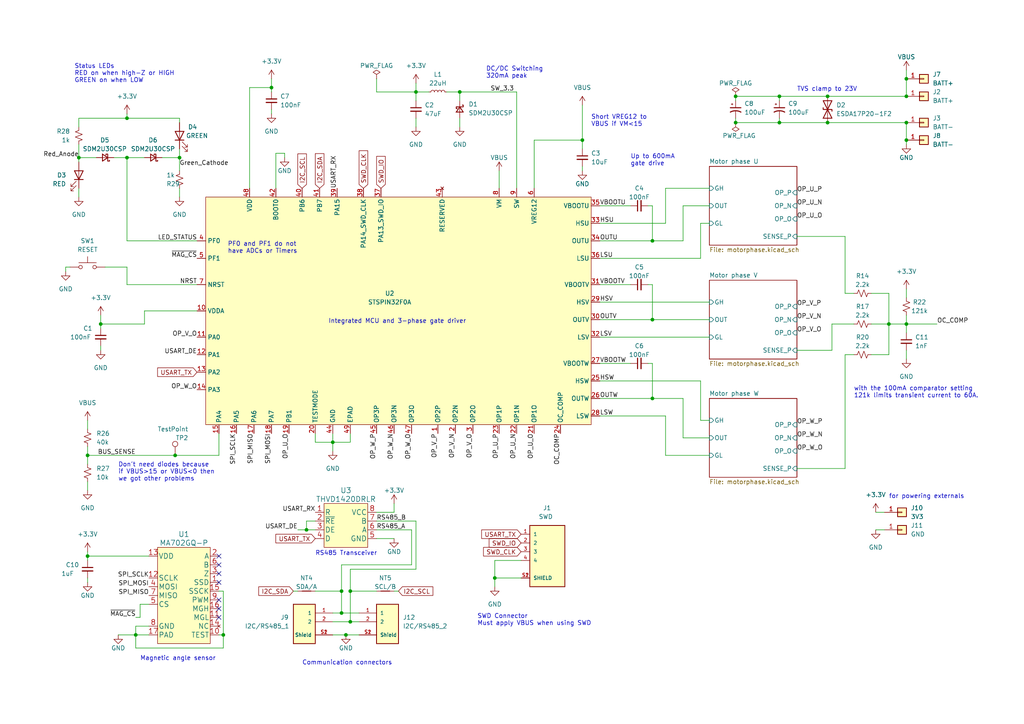
<source format=kicad_sch>
(kicad_sch (version 20211123) (generator eeschema)
  (paper "A4")
  (title_block (date "2022-11-26"))
  (lib_symbols
    (symbol "Connector:TestPoint" (pin_numbers hide) (pin_names (offset 0.762) hide)
      (property "Reference" "TP" (at 0 6.858 0))
      (property "Value" "TestPoint" (at 0 5.08 0))
      (symbol "TestPoint_0_1"
        (circle (center 0 3.302) (radius 0.762))
      )
      (symbol "TestPoint_1_1"
        (pin passive line (at 0 0 90) (length 2.54) (name "1") (number "1"))
      )
    )
    (symbol "Connector_Generic:Conn_01x01" (pin_names (offset 1.016) hide)
      (property "Reference" "J" (at 0 2.54 0))
      (property "Value" "Conn_01x01" (at 0 -2.54 0))
      (symbol "Conn_01x01_1_1"
        (rectangle (start -1.27 0.127) (end 0 -0.127) (stroke (width 0.1524)))
        (rectangle (start -1.27 1.27) (end 1.27 -1.27) (stroke (width 0.254)) (fill (type background)))
        (pin passive line (at -5.08 0 0) (length 3.81) (name "Pin_1") (number "1"))
      )
    )
    (symbol "Device:C_Polarized_Small_US" (pin_numbers hide) (pin_names (offset 0.254) hide)
      (property "Reference" "C" (at 0.254 1.778 0))
      (property "Value" "C_Polarized_Small_US" (at 0.254 -2.032 0))
      (symbol "C_Polarized_Small_US_0_1"
        (polyline (pts (xy -1.524 0.508) (xy 1.524 0.508)) (stroke (width 0.3048)))
        (polyline (pts (xy -1.27 1.524) (xy -0.762 1.524)))
        (polyline (pts (xy -1.016 1.27) (xy -1.016 1.778)))
        (arc (start 1.524 -0.762) (mid 0 -0.3734) (end -1.524 -0.762) (stroke (width 0.3048)))
      )
      (symbol "C_Polarized_Small_US_1_1"
        (pin passive line (at 0 2.54 270) (length 2.032) (name "~") (number "1"))
        (pin passive line (at 0 -2.54 90) (length 2.032) (name "~") (number "2"))
      )
    )
    (symbol "Device:C_Small" (pin_numbers hide) (pin_names (offset 0.254) hide)
      (property "Reference" "C" (at 0.254 1.778 0))
      (property "Value" "C_Small" (at 0.254 -2.032 0))
      (symbol "C_Small_0_1"
        (polyline (pts (xy -1.524 -0.508) (xy 1.524 -0.508)) (stroke (width 0.3302)))
        (polyline (pts (xy -1.524 0.508) (xy 1.524 0.508)) (stroke (width 0.3048)))
      )
      (symbol "C_Small_1_1"
        (pin passive line (at 0 2.54 270) (length 2.032) (name "~") (number "1"))
        (pin passive line (at 0 -2.54 90) (length 2.032) (name "~") (number "2"))
      )
    )
    (symbol "Device:D_Schottky_Small" (pin_numbers hide) (pin_names (offset 0.254) hide)
      (property "Reference" "D" (at -1.27 2.032 0))
      (property "Value" "D_Schottky_Small" (at -7.112 -2.032 0))
      (symbol "D_Schottky_Small_0_1"
        (polyline (pts (xy -0.762 0) (xy 0.762 0)))
        (polyline (pts (xy 0.762 -1.016) (xy -0.762 0) (xy 0.762 1.016) (xy 0.762 -1.016)) (stroke (width 0.254)))
        (polyline (pts (xy -1.27 0.762) (xy -1.27 1.016) (xy -0.762 1.016) (xy -0.762 -1.016) (xy -0.254 -1.016) (xy -0.254 -0.762)) (stroke (width 0.254)))
      )
      (symbol "D_Schottky_Small_1_1"
        (pin passive line (at -2.54 0 0) (length 1.778) (name "K") (number "1"))
        (pin passive line (at 2.54 0 180) (length 1.778) (name "A") (number "2"))
      )
    )
    (symbol "Device:D_TVS" (pin_numbers hide) (pin_names (offset 1.016) hide)
      (property "Reference" "D" (at 0 2.54 0))
      (property "Value" "D_TVS" (at 0 -2.54 0))
      (symbol "D_TVS_0_1"
        (polyline (pts (xy 1.27 0) (xy -1.27 0)))
        (polyline (pts (xy 0.508 1.27) (xy 0 1.27) (xy 0 -1.27) (xy -0.508 -1.27)) (stroke (width 0.254)))
        (polyline (pts (xy -2.54 1.27) (xy -2.54 -1.27) (xy 2.54 1.27) (xy 2.54 -1.27) (xy -2.54 1.27)) (stroke (width 0.254)))
      )
      (symbol "D_TVS_1_1"
        (pin passive line (at -3.81 0 0) (length 2.54) (name "A1") (number "1"))
        (pin passive line (at 3.81 0 180) (length 2.54) (name "A2") (number "2"))
      )
    )
    (symbol "Device:LED" (pin_numbers hide) (pin_names (offset 1.016) hide)
      (property "Reference" "D" (at 0 2.54 0))
      (property "Value" "LED" (at 0 -2.54 0))
      (symbol "LED_0_1"
        (polyline (pts (xy -1.27 -1.27) (xy -1.27 1.27)) (stroke (width 0.254)))
        (polyline (pts (xy -1.27 0) (xy 1.27 0)))
        (polyline (pts (xy 1.27 -1.27) (xy 1.27 1.27) (xy -1.27 0) (xy 1.27 -1.27)) (stroke (width 0.254)))
        (polyline (pts (xy -3.048 -0.762) (xy -4.572 -2.286) (xy -3.81 -2.286) (xy -4.572 -2.286) (xy -4.572 -1.524)))
        (polyline (pts (xy -1.778 -0.762) (xy -3.302 -2.286) (xy -2.54 -2.286) (xy -3.302 -2.286) (xy -3.302 -1.524)))
      )
      (symbol "LED_1_1"
        (pin passive line (at -3.81 0 0) (length 2.54) (name "K") (number "1"))
        (pin passive line (at 3.81 0 180) (length 2.54) (name "A") (number "2"))
      )
    )
    (symbol "Device:L_Small" (pin_numbers hide) (pin_names (offset 0.254) hide)
      (property "Reference" "L" (at 0.762 1.016 0))
      (property "Value" "L_Small" (at 0.762 -1.016 0))
      (symbol "L_Small_0_1"
        (arc (start 0 -2.032) (mid 0.508 -1.524) (end 0 -1.016))
        (arc (start 0 -1.016) (mid 0.508 -0.508) (end 0 0))
        (arc (start 0 0) (mid 0.508 0.508) (end 0 1.016))
        (arc (start 0 1.016) (mid 0.508 1.524) (end 0 2.032))
      )
      (symbol "L_Small_1_1"
        (pin passive line (at 0 2.54 270) (length 0.508) (name "~") (number "1"))
        (pin passive line (at 0 -2.54 90) (length 0.508) (name "~") (number "2"))
      )
    )
    (symbol "Device:NetTie_2" (pin_numbers hide) (pin_names (offset 0) hide)
      (property "Reference" "NT" (at 0 1.27 0))
      (property "Value" "NetTie_2" (at 0 -1.27 0))
      (symbol "NetTie_2_0_1"
        (polyline (pts (xy -1.27 0) (xy 1.27 0)) (stroke (width 0.254)))
      )
      (symbol "NetTie_2_1_1"
        (pin passive line (at -2.54 0 0) (length 2.54) (name "1") (number "1"))
        (pin passive line (at 2.54 0 180) (length 2.54) (name "2") (number "2"))
      )
    )
    (symbol "Device:R_Small_US" (pin_numbers hide) (pin_names (offset 0.254) hide)
      (property "Reference" "R" (at 0.762 0.508 0))
      (property "Value" "R_Small_US" (at 0.762 -1.016 0))
      (symbol "R_Small_US_1_1"
        (polyline (pts (xy 0 0) (xy 1.016 -0.381) (xy 0 -0.762) (xy -1.016 -1.143) (xy 0 -1.524)))
        (polyline (pts (xy 0 1.524) (xy 1.016 1.143) (xy 0 0.762) (xy -1.016 0.381) (xy 0 0)))
        (pin passive line (at 0 2.54 270) (length 1.016) (name "~") (number "1"))
        (pin passive line (at 0 -2.54 90) (length 1.016) (name "~") (number "2"))
      )
    )
    (symbol "JST_SM02B-SRSS-TB(LF)(SN)_1" (pin_names (offset 1.016))
      (property "Reference" "J" (at 0 8.89 0))
      (property "Value" "JST_SM02B-SRSS-TB(LF)(SN)_1" (at -13.9092 6.3682 0))
      (symbol "JST_SM02B-SRSS-TB(LF)(SN)_1_0_0"
        (rectangle (start -2.54 5.08) (end 3.81 -6.35) (stroke (width 0.254)) (fill (type background)))
        (pin bidirectional line (at -7.62 2.54 0) (length 5.08) (name "1") (number "1"))
        (pin bidirectional line (at -7.62 0 0) (length 5.08) (name "2") (number "2"))
        (pin power_in line (at -7.62 -3.81 0) (length 5.08) (name "Shield") (number "S1"))
        (pin power_in line (at -7.62 -3.81 0) (length 5.08) (name "Shield") (number "S2"))
      )
    )
    (symbol "O32controller:JST_SM02B-SRSS-TB(LF)(SN)" (pin_names (offset 1.016))
      (property "Reference" "J" (at 0 8.89 0))
      (property "Value" "JST_SM02B-SRSS-TB(LF)(SN)" (at -13.9092 6.3682 0))
      (symbol "JST_SM02B-SRSS-TB(LF)(SN)_0_0"
        (rectangle (start -2.54 5.08) (end 3.81 -6.35) (stroke (width 0.254)) (fill (type background)))
        (pin bidirectional line (at -7.62 2.54 0) (length 5.08) (name "1") (number "1"))
        (pin bidirectional line (at -7.62 0 0) (length 5.08) (name "2") (number "2"))
        (pin power_in line (at -7.62 -3.81 0) (length 5.08) (name "Shield") (number "S1"))
        (pin power_in line (at -7.62 -3.81 0) (length 5.08) (name "Shield") (number "S2"))
      )
    )
    (symbol "O32controller:JST_SM04B-SRSS-TB(LF)(SN)" (pin_names (offset 1.016))
      (property "Reference" "J" (at -1.27 11.43 0))
      (property "Value" "JST_SM04B-SRSS-TB(LF)(SN)" (at -13.97 8.89 0))
      (symbol "JST_SM04B-SRSS-TB(LF)(SN)_0_0"
        (rectangle (start -5.08 -10.16) (end 5.08 7.62) (stroke (width 0.254)) (fill (type background)))
        (pin passive line (at -7.62 5.08 0) (length 2.54) (name "1") (number "1"))
        (pin passive line (at -7.62 2.54 0) (length 2.54) (name "2") (number "2"))
        (pin passive line (at -7.62 0 0) (length 2.54) (name "3") (number "3"))
        (pin passive line (at -7.62 -2.54 0) (length 2.54) (name "4") (number "4"))
        (pin passive line (at -7.62 -7.62 0) (length 2.54) (name "SHIELD") (number "S1"))
        (pin passive line (at -7.62 -7.62 0) (length 2.54) (name "SHIELD") (number "S2"))
      )
    )
    (symbol "O32controller:MA702GQ-P" (pin_names (offset 0.254))
      (property "Reference" "U" (at 0 22.86 0))
      (property "Value" "MA702GQ-P" (at 0 20.32 0))
      (symbol "MA702GQ-P_1_1"
        (rectangle (start -7.62 17.78) (end 7.62 -10.16) (fill (type background)))
        (pin output line (at 10.16 7.62 180) (length 2.54) (name "SSD") (number "1"))
        (pin input line (at 10.16 -7.62 180) (length 2.54) (name "TEST") (number "10"))
        (pin output line (at 10.16 -2.54 180) (length 2.54) (name "MGL") (number "11"))
        (pin input line (at -10.16 8.89 0) (length 2.54) (name "SCLK") (number "12"))
        (pin power_in line (at -10.16 15.24 0) (length 2.54) (name "VDD") (number "13"))
        (pin no_connect line (at 10.16 -5.08 180) (length 2.54) (name "NC") (number "14"))
        (pin input line (at 10.16 5.08 180) (length 2.54) (name "SSCK") (number "15"))
        (pin output line (at 10.16 0 180) (length 2.54) (name "MGH") (number "16"))
        (pin power_in line (at -10.16 -7.62 0) (length 2.54) (name "PAD") (number "17"))
        (pin output line (at 10.16 15.24 180) (length 2.54) (name "A") (number "2"))
        (pin output line (at 10.16 10.16 180) (length 2.54) (name "Z") (number "3"))
        (pin input line (at -10.16 6.35 0) (length 2.54) (name "MOSI") (number "4"))
        (pin input line (at -10.16 1.27 0) (length 2.54) (name "CS") (number "5"))
        (pin output line (at 10.16 12.7 180) (length 2.54) (name "B") (number "6"))
        (pin output line (at -10.16 3.81 0) (length 2.54) (name "MISO") (number "7"))
        (pin power_in line (at -10.16 -5.08 0) (length 2.54) (name "GND") (number "8"))
        (pin output line (at 10.16 2.54 180) (length 2.54) (name "PWM") (number "9"))
      )
    )
    (symbol "O32controller:STSPIN32F0A"
      (property "Reference" "U" (at -5.08 7.62 0))
      (property "Value" "STSPIN32F0A" (at 2.54 7.62 0))
      (symbol "STSPIN32F0A_0_1"
        (rectangle (start -53.34 30.48) (end 58.42 -35.56) (fill (type background)))
      )
      (symbol "STSPIN32F0A_1_1"
        (pin input line (at 13.97 -38.1 90) (length 2.54) (name "OP2P") (number "1"))
        (pin power_in line (at -55.88 -2.54 0) (length 2.54) (name "VDDA") (number "10"))
        (pin bidirectional line (at -55.88 -10.16 0) (length 2.54) (name "PA0") (number "11"))
        (pin bidirectional line (at -55.88 -15.24 0) (length 2.54) (name "PA1") (number "12"))
        (pin bidirectional line (at -55.88 -20.32 0) (length 2.54) (name "PA2") (number "13"))
        (pin bidirectional line (at -55.88 -25.4 0) (length 2.54) (name "PA3") (number "14"))
        (pin bidirectional line (at -49.53 -38.1 90) (length 2.54) (name "PA4") (number "15"))
        (pin bidirectional line (at -44.45 -38.1 90) (length 2.54) (name "PA5") (number "16"))
        (pin bidirectional line (at -39.37 -38.1 90) (length 2.54) (name "PA6") (number "17"))
        (pin bidirectional line (at -34.29 -38.1 90) (length 2.54) (name "PA7") (number "18"))
        (pin bidirectional line (at -29.21 -38.1 90) (length 2.54) (name "PB1") (number "19"))
        (pin input line (at 19.05 -38.1 90) (length 2.54) (name "OP2N") (number "2"))
        (pin input line (at -21.59 -38.1 90) (length 2.54) (name "TESTMODE") (number "20"))
        (pin output line (at 41.91 -38.1 90) (length 2.54) (name "OP1O") (number "21"))
        (pin input line (at 36.83 -38.1 90) (length 2.54) (name "OP1N") (number "22"))
        (pin input line (at 31.75 -38.1 90) (length 2.54) (name "OP1P") (number "23"))
        (pin input line (at 49.53 -38.1 90) (length 2.54) (name "OC_COMP") (number "24"))
        (pin output line (at 60.96 -22.86 180) (length 2.54) (name "HSW") (number "25"))
        (pin input line (at 60.96 -27.94 180) (length 2.54) (name "OUTW") (number "26"))
        (pin power_out line (at 60.96 -17.78 180) (length 2.54) (name "VBOOTW") (number "27"))
        (pin output line (at 60.96 -33.02 180) (length 2.54) (name "LSW") (number "28"))
        (pin output line (at 60.96 0 180) (length 2.54) (name "HSV") (number "29"))
        (pin output line (at 24.13 -38.1 90) (length 2.54) (name "OP2O") (number "3"))
        (pin input line (at 60.96 -5.08 180) (length 2.54) (name "OUTV") (number "30"))
        (pin power_out line (at 60.96 5.08 180) (length 2.54) (name "VBOOTV") (number "31"))
        (pin output line (at 60.96 -10.16 180) (length 2.54) (name "LSV") (number "32"))
        (pin output line (at 60.96 22.86 180) (length 2.54) (name "HSU") (number "33"))
        (pin input line (at 60.96 17.78 180) (length 2.54) (name "OUTU") (number "34"))
        (pin power_out line (at 60.96 27.94 180) (length 2.54) (name "VBOOTU") (number "35"))
        (pin output line (at 60.96 12.7 180) (length 2.54) (name "LSU") (number "36"))
        (pin bidirectional line (at -2.54 33.02 270) (length 2.54) (name "PA13_SWD_IO") (number "37"))
        (pin bidirectional line (at -7.62 33.02 270) (length 2.54) (name "PA14_SWD_CLK") (number "38"))
        (pin bidirectional line (at -15.24 33.02 270) (length 2.54) (name "PA15") (number "39"))
        (pin bidirectional line (at -55.88 17.78 0) (length 2.54) (name "PF0") (number "4"))
        (pin bidirectional line (at -25.4 33.02 270) (length 2.54) (name "PB6") (number "40"))
        (pin bidirectional line (at -20.32 33.02 270) (length 2.54) (name "PB7") (number "41"))
        (pin input line (at -33.02 33.02 270) (length 2.54) (name "BOOT0") (number "42"))
        (pin no_connect line (at 15.24 33.02 270) (length 2.54) (name "RESERVED") (number "43"))
        (pin power_in line (at -16.51 -38.1 90) (length 2.54) (name "GND") (number "44"))
        (pin input line (at -3.81 -38.1 90) (length 2.54) (name "OP3P") (number "45"))
        (pin input line (at 1.27 -38.1 90) (length 2.54) (name "OP3N") (number "46"))
        (pin output line (at 6.35 -38.1 90) (length 2.54) (name "OP3O") (number "47"))
        (pin power_in line (at -40.64 33.02 270) (length 2.54) (name "VDD") (number "48"))
        (pin power_in line (at -11.43 -38.1 90) (length 2.54) (name "EPAD") (number "49"))
        (pin bidirectional line (at -55.88 12.7 0) (length 2.54) (name "PF1") (number "5"))
        (pin power_in line (at 41.91 33.02 270) (length 2.54) (name "VREG12") (number "6"))
        (pin input line (at -55.88 5.08 0) (length 2.54) (name "NRST") (number "7"))
        (pin power_in line (at 31.75 33.02 270) (length 2.54) (name "VM") (number "8"))
        (pin output line (at 36.83 33.02 270) (length 2.54) (name "SW") (number "9"))
      )
    )
    (symbol "O32controller:THVD1420DRLR" (pin_names (offset 0.254))
      (property "Reference" "U" (at 0 10.16 0))
      (property "Value" "THVD1420DRLR" (at -1.27 12.7 0))
      (property "Datasheet" "https://www.ti.com/lit/ds/symlink/thvd1400.pdf" (at -13.97 3.81 0))
      (symbol "THVD1420DRLR_1_1"
        (rectangle (start -6.35 6.35) (end 6.35 -6.35) (fill (type background)))
        (pin output line (at -8.89 3.81 0) (length 2.54) (name "R") (number "1"))
        (pin input line (at -8.89 1.27 0) (length 2.54) (name "~{RE}") (number "2"))
        (pin input line (at -8.89 -1.27 0) (length 2.54) (name "DE") (number "3"))
        (pin input line (at -8.89 -3.81 0) (length 2.54) (name "D") (number "4"))
        (pin power_in line (at 8.89 -3.81 180) (length 2.54) (name "GND") (number "5"))
        (pin bidirectional line (at 8.89 -1.27 180) (length 2.54) (name "A") (number "6"))
        (pin bidirectional line (at 8.89 1.27 180) (length 2.54) (name "B") (number "7"))
        (pin power_in line (at 8.89 3.81 180) (length 2.54) (name "VCC") (number "8"))
      )
    )
    (symbol "Switch:SW_Push" (pin_numbers hide) (pin_names (offset 1.016) hide)
      (property "Reference" "SW" (at 1.27 2.54 0))
      (property "Value" "SW_Push" (at 0 -1.524 0))
      (symbol "SW_Push_0_1"
        (circle (center -2.032 0) (radius 0.508))
        (polyline (pts (xy 0 1.27) (xy 0 3.048)))
        (polyline (pts (xy 2.54 1.27) (xy -2.54 1.27)))
        (circle (center 2.032 0) (radius 0.508))
        (pin passive line (at -5.08 0 0) (length 2.54) (name "1") (number "1"))
        (pin passive line (at 5.08 0 180) (length 2.54) (name "2") (number "2"))
      )
    )
    (symbol "power:+3.3V" (power) (pin_names (offset 0))
      (property "Value" "+3.3V" (at 0 3.556 0))
      (symbol "+3.3V_0_1"
        (polyline (pts (xy -0.762 1.27) (xy 0 2.54)))
        (polyline (pts (xy 0 0) (xy 0 2.54)))
        (polyline (pts (xy 0 2.54) (xy 0.762 1.27)))
      )
      (symbol "+3.3V_1_1"
        (pin power_in line (at 0 0 90) (length 0) hide (name "+3.3V") (number "1"))
      )
    )
    (symbol "power:GND" (power) (pin_names (offset 0))
      (property "Value" "GND" (at 0 -3.81 0))
      (symbol "GND_0_1"
        (polyline (pts (xy 0 0) (xy 0 -1.27) (xy 1.27 -1.27) (xy 0 -2.54) (xy -1.27 -1.27) (xy 0 -1.27)))
      )
      (symbol "GND_1_1"
        (pin power_in line (at 0 0 270) (length 0) hide (name "GND") (number "1"))
      )
    )
    (symbol "power:PWR_FLAG" (power) (pin_numbers hide) (pin_names (offset 0) hide)
      (property "Value" "PWR_FLAG" (at 0 3.81 0))
      (symbol "PWR_FLAG_0_0"
        (pin power_out line (at 0 0 90) (length 0) (name "pwr") (number "1"))
      )
      (symbol "PWR_FLAG_0_1"
        (polyline (pts (xy 0 0) (xy 0 1.27) (xy -1.016 1.905) (xy 0 2.54) (xy 1.016 1.905) (xy 0 1.27)))
      )
    )
    (symbol "power:VBUS" (power) (pin_names (offset 0))
      (property "Value" "VBUS" (at 0 3.81 0))
      (symbol "VBUS_0_1"
        (polyline (pts (xy -0.762 1.27) (xy 0 2.54)))
        (polyline (pts (xy 0 0) (xy 0 2.54)))
        (polyline (pts (xy 0 2.54) (xy 0.762 1.27)))
      )
      (symbol "VBUS_1_1"
        (pin power_in line (at 0 0 90) (length 0) hide (name "VBUS") (number "1"))
      )
    )
  )
  (junction (at 36.83 34.29))
  (junction (at 262.89 22.86))
  (junction (at 168.91 40.64))
  (junction (at 240.03 27.94))
  (junction (at 120.65 26.67))
  (junction (at 39.37 184.15))
  (junction (at 99.06 171.45))
  (junction (at 25.4 132.08))
  (junction (at 143.51 167.64))
  (junction (at 52.07 45.72))
  (junction (at 257.81 93.98))
  (junction (at 99.06 177.8))
  (junction (at 189.23 115.57))
  (junction (at 64.77 184.15))
  (junction (at 36.83 45.72))
  (junction (at 133.35 26.67))
  (junction (at 25.4 161.29))
  (junction (at 226.06 35.56))
  (junction (at 101.6 171.45))
  (junction (at 262.89 35.56))
  (junction (at 78.74 25.4))
  (junction (at 189.23 69.85))
  (junction (at 240.03 35.56))
  (junction (at 100.33 184.15))
  (junction (at 262.89 40.64))
  (junction (at 262.89 27.94))
  (junction (at 262.89 93.98))
  (junction (at 50.8 132.08))
  (junction (at 96.52 128.27))
  (junction (at 22.86 45.72))
  (junction (at 29.21 93.98))
  (junction (at 213.36 27.94))
  (junction (at 226.06 27.94))
  (junction (at 88.9 153.67))
  (junction (at 189.23 92.71))
  (junction (at 213.36 35.56))
  (junction (at 101.6 180.34))
  (no_connect (at 63.5 161.29))
  (no_connect (at 63.5 168.91))
  (no_connect (at 63.5 166.37))
  (no_connect (at 63.5 163.83))
  (no_connect (at 63.5 176.53))
  (no_connect (at 63.5 173.99))
  (no_connect (at 63.5 179.07))
  (wire (pts (xy 41.91 93.98) (xy 29.21 93.98)))
  (wire (pts (xy 101.6 128.27) (xy 101.6 125.73)))
  (wire (pts (xy 173.99 82.55) (xy 182.88 82.55)))
  (wire (pts (xy 25.4 160.02) (xy 25.4 161.29)))
  (wire (pts (xy 173.99 74.93) (xy 203.2 74.93)))
  (wire (pts (xy 29.21 100.33) (xy 29.21 101.6)))
  (wire (pts (xy 78.74 22.86) (xy 78.74 25.4)))
  (wire (pts (xy 25.4 132.08) (xy 50.8 132.08)))
  (wire (pts (xy 154.94 40.64) (xy 154.94 54.61)))
  (wire (pts (xy 133.35 34.29) (xy 133.35 36.83)))
  (wire (pts (xy 39.37 184.15) (xy 43.18 184.15)))
  (wire (pts (xy 86.36 171.45) (xy 85.09 171.45)))
  (wire (pts (xy 129.54 26.67) (xy 133.35 26.67)))
  (wire (pts (xy 72.39 25.4) (xy 72.39 54.61)))
  (wire (pts (xy 63.5 171.45) (xy 64.77 171.45)))
  (wire (pts (xy 101.6 180.34) (xy 104.14 180.34)))
  (wire (pts (xy 39.37 181.61) (xy 39.37 184.15)))
  (wire (pts (xy 168.91 48.26) (xy 168.91 49.53)))
  (wire (pts (xy 203.2 121.92) (xy 205.74 121.92)))
  (wire (pts (xy 189.23 105.41) (xy 187.96 105.41)))
  (wire (pts (xy 189.23 59.69) (xy 189.23 69.85)))
  (wire (pts (xy 133.35 26.67) (xy 133.35 29.21)))
  (wire (pts (xy 193.04 64.77) (xy 193.04 54.61)))
  (wire (pts (xy 36.83 34.29) (xy 52.07 34.29)))
  (wire (pts (xy 96.52 128.27) (xy 101.6 128.27)))
  (wire (pts (xy 86.36 153.67) (xy 88.9 153.67)))
  (wire (pts (xy 262.89 93.98) (xy 271.78 93.98)))
  (wire (pts (xy 99.06 171.45) (xy 91.44 171.45)))
  (wire (pts (xy 262.89 20.32) (xy 262.89 22.86)))
  (wire (pts (xy 173.99 69.85) (xy 189.23 69.85)))
  (wire (pts (xy 99.06 171.45) (xy 99.06 177.8)))
  (wire (pts (xy 257.81 93.98) (xy 262.89 93.98)))
  (wire (pts (xy 52.07 45.72) (xy 52.07 49.53)))
  (wire (pts (xy 39.37 184.15) (xy 34.29 184.15)))
  (wire (pts (xy 144.78 49.53) (xy 144.78 54.61)))
  (wire (pts (xy 29.21 91.44) (xy 29.21 93.98)))
  (wire (pts (xy 213.36 35.56) (xy 226.06 35.56)))
  (wire (pts (xy 52.07 43.18) (xy 52.07 45.72)))
  (wire (pts (xy 36.83 69.85) (xy 57.15 69.85)))
  (wire (pts (xy 40.64 175.26) (xy 43.18 175.26)))
  (wire (pts (xy 64.77 187.96) (xy 64.77 184.15)))
  (wire (pts (xy 25.4 161.29) (xy 43.18 161.29)))
  (wire (pts (xy 198.12 115.57) (xy 189.23 115.57)))
  (wire (pts (xy 82.55 45.72) (xy 82.55 44.45)))
  (wire (pts (xy 36.83 77.47) (xy 30.48 77.47)))
  (wire (pts (xy 39.37 187.96) (xy 64.77 187.96)))
  (wire (pts (xy 109.22 153.67) (xy 119.38 153.67)))
  (wire (pts (xy 96.52 128.27) (xy 96.52 130.81)))
  (wire (pts (xy 25.4 129.54) (xy 25.4 132.08)))
  (wire (pts (xy 25.4 167.64) (xy 25.4 168.91)))
  (wire (pts (xy 120.65 34.29) (xy 120.65 36.83)))
  (wire (pts (xy 96.52 177.8) (xy 99.06 177.8)))
  (wire (pts (xy 80.01 44.45) (xy 80.01 54.61)))
  (wire (pts (xy 189.23 92.71) (xy 205.74 92.71)))
  (wire (pts (xy 39.37 184.15) (xy 39.37 187.96)))
  (wire (pts (xy 19.05 78.74) (xy 19.05 77.47)))
  (wire (pts (xy 173.99 110.49) (xy 203.2 110.49)))
  (wire (pts (xy 133.35 26.67) (xy 149.86 26.67)))
  (wire (pts (xy 39.37 179.07) (xy 40.64 179.07)))
  (wire (pts (xy 173.99 64.77) (xy 193.04 64.77)))
  (wire (pts (xy 29.21 93.98) (xy 29.21 95.25)))
  (wire (pts (xy 33.02 45.72) (xy 36.83 45.72)))
  (wire (pts (xy 262.89 22.86) (xy 262.89 27.94)))
  (wire (pts (xy 120.65 26.67) (xy 124.46 26.67)))
  (wire (pts (xy 198.12 59.69) (xy 205.74 59.69)))
  (wire (pts (xy 52.07 34.29) (xy 52.07 35.56)))
  (wire (pts (xy 22.86 45.72) (xy 22.86 46.99)))
  (wire (pts (xy 262.89 91.44) (xy 262.89 93.98)))
  (wire (pts (xy 72.39 25.4) (xy 78.74 25.4)))
  (wire (pts (xy 109.22 22.86) (xy 109.22 26.67)))
  (wire (pts (xy 36.83 82.55) (xy 57.15 82.55)))
  (wire (pts (xy 151.13 162.56) (xy 143.51 162.56)))
  (wire (pts (xy 189.23 82.55) (xy 189.23 92.71)))
  (wire (pts (xy 240.03 27.94) (xy 262.89 27.94)))
  (wire (pts (xy 173.99 115.57) (xy 189.23 115.57)))
  (wire (pts (xy 203.2 64.77) (xy 205.74 64.77)))
  (wire (pts (xy 36.83 69.85) (xy 36.83 45.72)))
  (wire (pts (xy 78.74 31.75) (xy 78.74 33.02)))
  (wire (pts (xy 203.2 74.93) (xy 203.2 64.77)))
  (wire (pts (xy 168.91 40.64) (xy 154.94 40.64)))
  (wire (pts (xy 109.22 151.13) (xy 120.65 151.13)))
  (wire (pts (xy 101.6 171.45) (xy 109.22 171.45)))
  (wire (pts (xy 91.44 151.13) (xy 88.9 151.13)))
  (wire (pts (xy 193.04 120.65) (xy 193.04 132.08)))
  (wire (pts (xy 64.77 171.45) (xy 64.77 184.15)))
  (wire (pts (xy 193.04 54.61) (xy 205.74 54.61)))
  (wire (pts (xy 120.65 24.13) (xy 120.65 26.67)))
  (wire (pts (xy 231.14 135.89) (xy 245.11 135.89)))
  (wire (pts (xy 120.65 165.1) (xy 101.6 165.1)))
  (wire (pts (xy 119.38 153.67) (xy 119.38 163.83)))
  (wire (pts (xy 213.36 29.21) (xy 213.36 27.94)))
  (wire (pts (xy 262.89 83.82) (xy 262.89 86.36)))
  (wire (pts (xy 36.83 82.55) (xy 36.83 77.47)))
  (wire (pts (xy 198.12 69.85) (xy 198.12 59.69)))
  (wire (pts (xy 120.65 151.13) (xy 120.65 165.1)))
  (wire (pts (xy 22.86 34.29) (xy 22.86 36.83)))
  (wire (pts (xy 19.05 77.47) (xy 20.32 77.47)))
  (wire (pts (xy 193.04 132.08) (xy 205.74 132.08)))
  (wire (pts (xy 226.06 29.21) (xy 226.06 27.94)))
  (wire (pts (xy 100.33 184.15) (xy 104.14 184.15)))
  (wire (pts (xy 226.06 35.56) (xy 240.03 35.56)))
  (wire (pts (xy 96.52 125.73) (xy 96.52 128.27)))
  (wire (pts (xy 22.86 34.29) (xy 36.83 34.29)))
  (wire (pts (xy 245.11 102.87) (xy 247.65 102.87)))
  (wire (pts (xy 198.12 127) (xy 198.12 115.57)))
  (wire (pts (xy 262.89 35.56) (xy 262.89 40.64)))
  (wire (pts (xy 64.77 184.15) (xy 63.5 184.15)))
  (wire (pts (xy 91.44 125.73) (xy 91.44 128.27)))
  (wire (pts (xy 99.06 163.83) (xy 99.06 171.45)))
  (wire (pts (xy 254 153.67) (xy 256.54 153.67)))
  (wire (pts (xy 25.4 139.7) (xy 25.4 142.24)))
  (wire (pts (xy 245.11 85.09) (xy 247.65 85.09)))
  (wire (pts (xy 120.65 26.67) (xy 120.65 29.21)))
  (wire (pts (xy 262.89 101.6) (xy 262.89 104.14)))
  (wire (pts (xy 173.99 59.69) (xy 182.88 59.69)))
  (wire (pts (xy 22.86 54.61) (xy 22.86 57.15)))
  (wire (pts (xy 189.23 82.55) (xy 187.96 82.55)))
  (wire (pts (xy 63.5 125.73) (xy 63.5 132.08)))
  (wire (pts (xy 173.99 97.79) (xy 205.74 97.79)))
  (wire (pts (xy 189.23 59.69) (xy 187.96 59.69)))
  (wire (pts (xy 109.22 156.21) (xy 114.3 156.21)))
  (wire (pts (xy 143.51 162.56) (xy 143.51 167.64)))
  (wire (pts (xy 36.83 45.72) (xy 41.91 45.72)))
  (wire (pts (xy 252.73 85.09) (xy 257.81 85.09)))
  (wire (pts (xy 41.91 90.17) (xy 41.91 93.98)))
  (wire (pts (xy 205.74 127) (xy 198.12 127)))
  (wire (pts (xy 119.38 163.83) (xy 99.06 163.83)))
  (wire (pts (xy 88.9 151.13) (xy 88.9 153.67)))
  (wire (pts (xy 99.06 177.8) (xy 104.14 177.8)))
  (wire (pts (xy 40.64 179.07) (xy 40.64 175.26)))
  (wire (pts (xy 262.89 40.64) (xy 262.89 41.91)))
  (wire (pts (xy 173.99 105.41) (xy 182.88 105.41)))
  (wire (pts (xy 189.23 69.85) (xy 198.12 69.85)))
  (wire (pts (xy 252.73 102.87) (xy 257.81 102.87)))
  (wire (pts (xy 173.99 92.71) (xy 189.23 92.71)))
  (wire (pts (xy 213.36 27.94) (xy 226.06 27.94)))
  (wire (pts (xy 168.91 43.18) (xy 168.91 40.64)))
  (wire (pts (xy 82.55 44.45) (xy 80.01 44.45)))
  (wire (pts (xy 262.89 93.98) (xy 262.89 96.52)))
  (wire (pts (xy 226.06 27.94) (xy 240.03 27.94)))
  (wire (pts (xy 257.81 102.87) (xy 257.81 93.98)))
  (wire (pts (xy 114.3 148.59) (xy 109.22 148.59)))
  (wire (pts (xy 173.99 120.65) (xy 193.04 120.65)))
  (wire (pts (xy 25.4 121.92) (xy 25.4 124.46)))
  (wire (pts (xy 25.4 161.29) (xy 25.4 162.56)))
  (wire (pts (xy 109.22 26.67) (xy 120.65 26.67)))
  (wire (pts (xy 101.6 165.1) (xy 101.6 171.45)))
  (wire (pts (xy 91.44 128.27) (xy 96.52 128.27)))
  (wire (pts (xy 22.86 41.91) (xy 22.86 45.72)))
  (wire (pts (xy 143.51 167.64) (xy 151.13 167.64)))
  (wire (pts (xy 241.3 101.6) (xy 241.3 93.98)))
  (wire (pts (xy 50.8 132.08) (xy 63.5 132.08)))
  (wire (pts (xy 52.07 54.61) (xy 52.07 57.15)))
  (wire (pts (xy 203.2 110.49) (xy 203.2 121.92)))
  (wire (pts (xy 46.99 45.72) (xy 52.07 45.72)))
  (wire (pts (xy 149.86 54.61) (xy 149.86 26.67)))
  (wire (pts (xy 96.52 184.15) (xy 100.33 184.15)))
  (wire (pts (xy 240.03 35.56) (xy 262.89 35.56)))
  (wire (pts (xy 245.11 68.58) (xy 245.11 85.09)))
  (wire (pts (xy 43.18 181.61) (xy 39.37 181.61)))
  (wire (pts (xy 57.15 90.17) (xy 41.91 90.17)))
  (wire (pts (xy 241.3 93.98) (xy 247.65 93.98)))
  (wire (pts (xy 168.91 30.48) (xy 168.91 40.64)))
  (wire (pts (xy 226.06 34.29) (xy 226.06 35.56)))
  (wire (pts (xy 25.4 132.08) (xy 25.4 134.62)))
  (wire (pts (xy 213.36 34.29) (xy 213.36 35.56)))
  (wire (pts (xy 36.83 33.02) (xy 36.83 34.29)))
  (wire (pts (xy 254 148.59) (xy 256.54 148.59)))
  (wire (pts (xy 78.74 25.4) (xy 78.74 26.67)))
  (wire (pts (xy 96.52 180.34) (xy 101.6 180.34)))
  (wire (pts (xy 257.81 93.98) (xy 252.73 93.98)))
  (wire (pts (xy 114.3 146.05) (xy 114.3 148.59)))
  (wire (pts (xy 143.51 170.18) (xy 143.51 167.64)))
  (wire (pts (xy 231.14 68.58) (xy 245.11 68.58)))
  (wire (pts (xy 245.11 135.89) (xy 245.11 102.87)))
  (wire (pts (xy 88.9 153.67) (xy 91.44 153.67)))
  (wire (pts (xy 101.6 171.45) (xy 101.6 180.34)))
  (wire (pts (xy 257.81 85.09) (xy 257.81 93.98)))
  (wire (pts (xy 22.86 45.72) (xy 27.94 45.72)))
  (wire (pts (xy 231.14 101.6) (xy 241.3 101.6)))
  (wire (pts (xy 189.23 105.41) (xy 189.23 115.57)))
  (wire (pts (xy 173.99 87.63) (xy 205.74 87.63)))
  (wire (pts (xy 114.3 171.45) (xy 115.57 171.45)))
  (text "RS485 Transceiver" (at 91.44 161.29 0) (effects (font (size 1.27 1.27)) (justify left bottom)))
  (text "PF0 and PF1 do not \nhave ADCs or Timers\n" (at 66.04 73.66 0) (effects (font (size 1.27 1.27)) (justify left bottom)))
  (text "Short VREG12 to \nVBUS if VM<15" (at 171.45 36.83 0) (effects (font (size 1.27 1.27)) (justify left bottom)))
  (text "Up to 600mA \ngate drive" (at 182.88 48.26 0) (effects (font (size 1.27 1.27)) (justify left bottom)))
  (text "DC/DC Switching\n320mA peak" (at 140.97 22.86 0) (effects (font (size 1.27 1.27)) (justify left bottom)))
  (text "Integrated MCU and 3-phase gate driver" (at 95.25 93.98 0) (effects (font (size 1.27 1.27)) (justify left bottom)))
  (text "TVS clamp to 23V" (at 231.14 26.67 0) (effects (font (size 1.27 1.27)) (justify left bottom)))
  (text "with the 100mA comparator setting\n121k limits transient current to 60A." (at 247.65 115.57 0) (effects (font (size 1.27 1.27)) (justify left bottom)))
  (text "Don't need diodes because\nif VBUS>15 or VBUS<0 then \nwe got other problems" (at 34.29 139.7 0) (effects (font (size 1.27 1.27)) (justify left bottom)))
  (text "Magnetic angle sensor" (at 40.64 191.77 0) (effects (font (size 1.27 1.27)) (justify left bottom)))
  (text "Communication connectors" (at 87.63 193.04 0) (effects (font (size 1.27 1.27)) (justify left bottom)))
  (text "SWD Connector\nMust apply VBUS when using SWD" (at 138.43 181.61 0) (effects (font (size 1.27 1.27)) (justify left bottom)))
  (text "for powering externals" (at 257.81 144.78 0) (effects (font (size 1.27 1.27)) (justify left bottom)))
  (text "Status LEDs\nRED on when high-Z or HIGH\nGREEN on when LOW" (at 21.59 24.13 0) (effects (font (size 1.27 1.27)) (justify left bottom)))
  (label "OC_COMP" (at 271.78 93.98 0))
  (label "LSW" (at 173.99 120.65 0))
  (label "USART_DE" (at 86.36 153.67 180))
  (label "SPI_MOSI" (at 43.18 170.18 180))
  (label "USART_RX" (at 91.44 148.59 180))
  (label "SPI_MISO" (at 43.18 172.72 180))
  (label "OP_V_N" (at 231.14 92.71 0))
  (label "OP_W_N" (at 231.14 127 0))
  (label "OP_U_P" (at 144.78 125.73 270))
  (label "OP_W_P" (at 109.22 125.73 270))
  (label "OP_V_N" (at 132.08 125.73 270))
  (label "HSW" (at 173.99 110.49 0))
  (label "OC_COMP" (at 162.56 125.73 270))
  (label "OUTV" (at 173.99 92.71 0))
  (label "~{MAG_CS}" (at 57.15 74.93 180))
  (label "USART_DE" (at 57.15 102.87 180))
  (label "VBOOTW" (at 173.99 105.41 0))
  (label "BUS_SENSE" (at 39.37 132.08 180))
  (label "NRST" (at 57.15 82.55 180))
  (label "LED_STATUS" (at 57.15 69.85 180))
  (label "LSU" (at 173.99 74.93 0))
  (label "SPI_MOSI" (at 78.74 125.73 270))
  (label "OP_U_O" (at 83.82 125.73 270))
  (label "VBOOTU" (at 173.99 59.69 0))
  (label "OP_V_O" (at 231.14 96.52 0))
  (label "OP_U_P" (at 231.14 55.88 0))
  (label "LSV" (at 173.99 97.79 0))
  (label "OP_V_P" (at 231.14 88.9 0))
  (label "SW_3.3" (at 142.24 26.67 0))
  (label "OP_U_O" (at 231.14 63.5 0))
  (label "OP_V_P" (at 127 125.73 270))
  (label "OP_W_O" (at 119.38 125.73 270))
  (label "Red_Anode" (at 22.86 45.72 180))
  (label "RS485_B" (at 109.22 151.13 0))
  (label "HSV" (at 173.99 87.63 0))
  (label "HSU" (at 173.99 64.77 0))
  (label "SPI_SCLK" (at 68.58 125.73 270))
  (label "USART_RX" (at 97.79 54.61 90))
  (label "OP_U_O" (at 154.94 125.73 270))
  (label "OP_W_O" (at 231.14 130.81 0))
  (label "RS485_A" (at 109.22 153.67 0))
  (label "OP_W_O" (at 57.15 113.03 180))
  (label "~{MAG_CS}" (at 39.37 179.07 180))
  (label "Green_Cathode" (at 52.07 48.26 0))
  (label "VBOOTV" (at 173.99 82.55 0))
  (label "SPI_MISO" (at 73.66 125.73 270))
  (label "OUTU" (at 173.99 69.85 0))
  (label "OP_V_O" (at 137.16 125.73 270))
  (label "OP_W_N" (at 114.3 125.73 270))
  (label "OP_U_N" (at 149.86 125.73 270))
  (label "OP_U_N" (at 231.14 59.69 0))
  (label "OP_V_O" (at 57.15 97.79 180))
  (label "OP_W_P" (at 231.14 123.19 0))
  (label "OUTW" (at 173.99 115.57 0))
  (label "SPI_SCLK" (at 43.18 167.64 180))
  (global_label "I2C_SCL" (shape input) (at 87.63 54.61 90) (property "Intersheet References" "${INTERSHEET_REFS}" (effects hide)))
  (global_label "I2C_SCL" (shape input) (at 115.57 171.45 0) (property "Intersheet References" "${INTERSHEET_REFS}" (effects hide)))
  (global_label "I2C_SDA" (shape input) (at 85.09 171.45 180) (property "Intersheet References" "${INTERSHEET_REFS}" (effects hide)))
  (global_label "SWD_CLK" (shape input) (at 105.41 54.61 90) (property "Intersheet References" "${INTERSHEET_REFS}" (effects hide)))
  (global_label "USART_TX" (shape input) (at 151.13 154.94 180) (property "Intersheet References" "${INTERSHEET_REFS}" (effects hide)))
  (global_label "SWD_IO" (shape input) (at 151.13 157.48 180) (property "Intersheet References" "${INTERSHEET_REFS}" (effects hide)))
  (global_label "SWD_CLK" (shape input) (at 151.13 160.02 180) (property "Intersheet References" "${INTERSHEET_REFS}" (effects hide)))
  (global_label "SWD_IO" (shape input) (at 110.49 54.61 90) (property "Intersheet References" "${INTERSHEET_REFS}" (effects hide)))
  (global_label "I2C_SDA" (shape input) (at 92.71 54.61 90) (property "Intersheet References" "${INTERSHEET_REFS}" (effects hide)))
  (global_label "USART_TX" (shape input) (at 91.44 156.21 180) (property "Intersheet References" "${INTERSHEET_REFS}" (effects hide)))
  (global_label "USART_TX" (shape input) (at 57.15 107.95 180) (property "Intersheet References" "${INTERSHEET_REFS}" (effects hide)))
  (symbol (lib_id "Device:D_Schottky_Small") (at 44.45 45.72 180) (unit 1)
    (property "Reference" "D6" (at 45.72 40.64 0) (effects (justify left)))
    (property "Value" "SDM2U30CSP" (at 50.8 43.18 0) (effects (justify left)))
    (property "Footprint" "O32controller:SDM2U30CSP-7" (effects hide))
    (property "Datasheet" "https://www.diodes.com/assets/Datasheets/SDM2U30CSP.pdf" (effects hide))
  )
  (symbol (lib_id "Device:C_Small") (at 185.42 105.41 90) (unit 1)
    (property "Reference" "C6" (at 185.42 100.33 90))
    (property "Value" "100nF" (at 185.42 102.87 90))
    (property "Footprint" "Capacitor_SMD:C_0402_1005Metric" (effects hide))
  )
  (symbol (lib_id "power:+3.3V") (at 78.74 22.86 0) (unit 1)
    (property "Reference" "#PWR0105" (effects hide))
    (property "Value" "+3.3V" (at 78.74 17.78 0))
  )
  (symbol (lib_id "Device:D_Schottky_Small") (at 133.35 31.75 270) (unit 1)
    (property "Reference" "D1" (at 135.89 30.2259 90) (effects (justify left)))
    (property "Value" "SDM2U30CSP" (at 135.89 32.7659 90) (effects (justify left)))
    (property "Footprint" "O32controller:SDM2U30CSP-7" (effects hide))
    (property "Datasheet" "https://www.diodes.com/assets/Datasheets/SDM2U30CSP.pdf" (effects hide))
  )
  (symbol (lib_id "O32controller:JST_SM02B-SRSS-TB(LF)(SN)") (at 111.76 180.34 0) (unit 1)
    (property "Reference" "J12" (at 116.84 179.07 0) (effects (justify left)))
    (property "Value" "I2C/RS485_2" (at 116.84 181.61 0) (effects (justify left)))
    (property "Footprint" "O32controller:JST_SM02B-SRSS-TB(LF)(SN)" (effects hide))
    (property "Datasheet" "https://www.snapeda.com/parts/SM04B-SRSS-TB(LF)(SN)/JST%20Sales/datasheet/" (effects hide))
    (property "MP" "SM02B-SRSS-TB_LF__SN_" (effects hide))
  )
  (symbol (lib_id "O32controller:THVD1420DRLR") (at 100.33 152.4 0) (unit 1)
    (property "Reference" "U3" (at 100.33 142.24 0) (effects (font (size 1.524 1.524))))
    (property "Value" "THVD1420DRLR" (at 100.33 144.78 0) (effects (font (size 1.524 1.524))))
    (property "Footprint" "O32controller:THVD1420DRLR_SOT-585" (effects hide))
    (property "Datasheet" "https://www.ti.com/lit/ds/symlink/thvd1400.pdf" (effects hide))
    (property "MP" "THVD1420DRLR" (effects hide))
  )
  (symbol (lib_id "Device:R_Small_US") (at 262.89 88.9 0) (unit 1)
    (property "Reference" "R22" (at 266.7 87.63 0))
    (property "Value" "121k" (at 266.7 90.17 0))
    (property "Footprint" "Resistor_SMD:R_0402_1005Metric" (effects hide))
  )
  (symbol (lib_id "O32controller:STSPIN32F0A") (at 113.03 87.63 0) (unit 1)
    (property "Reference" "U2" (at 113.03 85.09 0))
    (property "Value" "STSPIN32F0A" (at 113.03 87.63 0))
    (property "Footprint" "O32controller:VFQFPN-48-1EP_7x7mm_P0.5mm_EP2.8x2.8mm" (effects hide))
    (property "Datasheet" "https://www.st.com/en/motor-drivers/stspin32f0a.html#overview" (effects hide))
    (property "MP" "STSPIN32F0A" (effects hide))
  )
  (symbol (lib_id "power:GND") (at 82.55 45.72 0) (unit 1)
    (property "Reference" "#PWR05" (effects hide))
    (property "Value" "GND" (at 82.55 49.53 0))
  )
  (symbol (lib_id "Device:C_Small") (at 25.4 165.1 0) (unit 1)
    (property "Reference" "C10" (at 19.05 163.83 0) (effects (justify left)))
    (property "Value" "1uF" (at 17.78 166.37 0) (effects (justify left)))
    (property "Footprint" "Capacitor_SMD:C_0402_1005Metric" (effects hide))
  )
  (symbol (lib_id "Device:LED") (at 52.07 39.37 90) (unit 1)
    (property "Reference" "D4" (at 55.88 36.83 90))
    (property "Value" "GREEN" (at 57.15 39.37 90))
    (property "Footprint" "LED_SMD:LED_0603_1608Metric" (effects hide))
    (property "Datasheet" "https://www.we-online.com/katalog/datasheet/150060VS55040.pdf" (effects hide))
    (property "MP" "150060VS55040" (effects hide))
  )
  (symbol (lib_id "power:GND") (at 114.3 156.21 0) (unit 1)
    (property "Reference" "#PWR0125" (effects hide))
    (property "Value" "GND" (at 114.3 160.02 0))
  )
  (symbol (lib_id "power:+3.3V") (at 29.21 91.44 0) (unit 1)
    (property "Reference" "#PWR01" (effects hide))
    (property "Value" "+3.3V" (at 29.21 86.36 0))
  )
  (symbol (lib_id "Device:C_Polarized_Small_US") (at 226.06 31.75 0) (unit 1)
    (property "Reference" "C9" (at 228.6 30.0481 0) (effects (justify left)))
    (property "Value" "100uF" (at 228.6 32.5881 0) (effects (justify left)))
    (property "Footprint" "O32controller:CAP_EEEFN1E101UP" (effects hide))
  )
  (symbol (lib_id "Device:C_Small") (at 120.65 31.75 0) (unit 1)
    (property "Reference" "C2" (at 123.19 30.4862 0) (effects (justify left)))
    (property "Value" "47uF" (at 123.19 33.0262 0) (effects (justify left)))
    (property "Footprint" "Capacitor_SMD:C_0603_1608Metric" (effects hide))
    (property "Datasheet" "https://search.murata.co.jp/Ceramy/image/img/A01X/G101/ENG/GRM188R60J476ME15-01.pdf" (effects hide))
    (property "MP" "GRM188R60J476ME15D" (effects hide))
  )
  (symbol (lib_id "Device:R_Small_US") (at 52.07 52.07 0) (mirror y) (unit 1)
    (property "Reference" "R29" (at 48.26 53.34 0) (effects (justify right)))
    (property "Value" "1k" (at 48.26 50.8 0) (effects (justify right)))
    (property "Footprint" "Resistor_SMD:R_0402_1005Metric" (effects hide))
  )
  (symbol (lib_id "O32controller:MA702GQ-P") (at 53.34 176.53 0) (unit 1)
    (property "Reference" "U1" (at 53.34 154.94 0) (effects (font (size 1.524 1.524))))
    (property "Value" "MA702GQ-P" (at 53.34 157.48 0) (effects (font (size 1.524 1.524))))
    (property "Footprint" "O32controller:MA702GQ-P" (effects hide))
    (property "Datasheet" "https://www.monolithicpower.com/en/documentview/productdocument/index/version/2/document_type/Datasheet/lang/en/sku/MA702GQ-Z/document_id/3561/" (effects hide))
    (property "MP" "MA702GQ-P" (effects hide))
  )
  (symbol (lib_id "power:VBUS") (at 25.4 121.92 0) (unit 1)
    (property "Reference" "#PWR0111" (effects hide))
    (property "Value" "VBUS" (at 25.4 116.84 0))
  )
  (symbol (lib_id "Device:C_Polarized_Small_US") (at 213.36 31.75 0) (unit 1)
    (property "Reference" "C8" (at 215.9 30.0481 0) (effects (justify left)))
    (property "Value" "100uF" (at 215.9 32.5881 0) (effects (justify left)))
    (property "Footprint" "O32controller:CAP_EEEFN1E101UP" (effects hide))
  )
  (symbol (lib_id "power:+3.3V") (at 262.89 83.82 0) (unit 1)
    (property "Reference" "#PWR0114" (effects hide))
    (property "Value" "+3.3V" (at 262.89 78.74 0))
  )
  (symbol (lib_id "power:GND") (at 133.35 36.83 0) (unit 1)
    (property "Reference" "#PWR08" (effects hide))
    (property "Value" "GND" (at 133.35 41.91 0))
  )
  (symbol (lib_id "Connector_Generic:Conn_01x01") (at 261.62 148.59 0) (unit 1) (in_bom no)
    (property "Reference" "J10" (at 264.16 147.3199 0) (effects (justify left)))
    (property "Value" "3V3" (at 264.16 149.8599 0) (effects (justify left)))
    (property "Footprint" "O32controller:SolderWire-Actual_1x01_D1.25mm_OD_1.8mm" (effects hide))
  )
  (symbol (lib_id "power:PWR_FLAG") (at 213.36 35.56 180) (unit 1)
    (property "Reference" "#FLG0101" (effects hide))
    (property "Value" "PWR_FLAG" (at 209.55 39.37 0) (effects (justify right)))
  )
  (symbol (lib_id "power:+3.3V") (at 120.65 24.13 0) (unit 1)
    (property "Reference" "#PWR06" (effects hide))
    (property "Value" "+3.3V" (at 120.65 19.05 0))
  )
  (symbol (lib_id "power:VBUS") (at 144.78 49.53 0) (unit 1)
    (property "Reference" "#PWR0106" (effects hide))
    (property "Value" "VBUS" (at 144.78 45.72 0))
  )
  (symbol (lib_id "Connector_Generic:Conn_01x01") (at 267.97 27.94 0) (unit 1) (in_bom no)
    (property "Reference" "J2" (at 270.51 26.6699 0) (effects (justify left)))
    (property "Value" "BATT+" (at 270.51 29.2099 0) (effects (justify left)))
    (property "Footprint" "O32controller:SolderWire-Actual_1x01_D1.7mm_OD_2.75mm" (effects hide))
  )
  (symbol (lib_id "power:GND") (at 254 153.67 0) (unit 1)
    (property "Reference" "#PWR0123" (effects hide))
    (property "Value" "GND" (at 254 158.75 0))
  )
  (symbol (lib_id "power:GND") (at 78.74 33.02 0) (unit 1)
    (property "Reference" "#PWR0108" (effects hide))
    (property "Value" "GND" (at 78.74 38.1 0))
  )
  (symbol (lib_id "Connector_Generic:Conn_01x01") (at 267.97 40.64 0) (unit 1) (in_bom no)
    (property "Reference" "J8" (at 270.51 39.3699 0) (effects (justify left)))
    (property "Value" "BATT-" (at 270.51 41.9099 0) (effects (justify left)))
    (property "Footprint" "O32controller:SolderWire-Actual_1x01_D1.7mm_OD_2.75mm" (effects hide))
  )
  (symbol (lib_id "Device:R_Small_US") (at 25.4 137.16 0) (unit 1)
    (property "Reference" "R27" (at 27.94 135.8899 0) (effects (justify left)))
    (property "Value" "10k" (at 27.94 138.4299 0) (effects (justify left)))
    (property "Footprint" "Resistor_SMD:R_0402_1005Metric" (effects hide))
  )
  (symbol (lib_id "power:GND") (at 168.91 49.53 0) (unit 1)
    (property "Reference" "#PWR09" (effects hide))
    (property "Value" "GND" (at 168.91 53.34 0))
  )
  (symbol (lib_id "Connector_Generic:Conn_01x01") (at 261.62 153.67 0) (unit 1) (in_bom no)
    (property "Reference" "J11" (at 264.16 152.3999 0) (effects (justify left)))
    (property "Value" "GND" (at 264.16 154.9399 0) (effects (justify left)))
    (property "Footprint" "O32controller:SolderWire-Actual_1x01_D1.25mm_OD_1.8mm" (effects hide))
  )
  (symbol (lib_id "Device:L_Small") (at 127 26.67 90) (unit 1)
    (property "Reference" "L1" (at 127 21.59 90))
    (property "Value" "22uH" (at 127 24.13 90))
    (property "Footprint" "O32controller:IND_VLS201612CX-220M-1" (effects hide))
  )
  (symbol (lib_id "power:GND") (at 34.29 184.15 0) (unit 1)
    (property "Reference" "#PWR04" (effects hide))
    (property "Value" "GND" (at 34.29 187.96 0))
  )
  (symbol (lib_id "Device:C_Small") (at 29.21 97.79 0) (unit 1)
    (property "Reference" "C1" (at 24.13 95.25 0) (effects (justify left)))
    (property "Value" "100nF" (at 20.32 97.79 0) (effects (justify left)))
    (property "Footprint" "Capacitor_SMD:C_0402_1005Metric" (effects hide))
  )
  (symbol (lib_id "power:VBUS") (at 262.89 20.32 0) (unit 1)
    (property "Reference" "#PWR010" (effects hide))
    (property "Value" "VBUS" (at 262.89 16.51 0))
  )
  (symbol (lib_id "Device:R_Small_US") (at 25.4 127 0) (unit 1)
    (property "Reference" "R26" (at 27.94 125.7299 0) (effects (justify left)))
    (property "Value" "40k" (at 27.94 128.2699 0) (effects (justify left)))
    (property "Footprint" "Resistor_SMD:R_0402_1005Metric" (effects hide))
  )
  (symbol (lib_id "Device:C_Small") (at 78.74 29.21 0) (unit 1)
    (property "Reference" "C7" (at 81.28 27.94 0) (effects (justify left)))
    (property "Value" "100nF" (at 81.28 30.48 0) (effects (justify left)))
    (property "Footprint" "Capacitor_SMD:C_0402_1005Metric" (effects hide))
  )
  (symbol (lib_id "Connector:TestPoint") (at 50.8 132.08 0) (unit 1)
    (property "Reference" "TP2" (at 54.61 127 0) (effects (justify right)))
    (property "Value" "TestPoint" (at 54.61 124.46 0) (effects (justify right)))
    (property "Footprint" "TestPoint:TestPoint_Pad_D1.0mm" (effects hide))
  )
  (symbol (lib_id "power:VBUS") (at 168.91 30.48 0) (unit 1)
    (property "Reference" "#PWR0107" (effects hide))
    (property "Value" "VBUS" (at 168.91 25.4 0))
  )
  (symbol (lib_id "power:GND") (at 22.86 57.15 0) (unit 1)
    (property "Reference" "#PWR0122" (effects hide))
    (property "Value" "GND" (at 22.86 62.23 0))
  )
  (symbol (lib_id "Device:D_TVS") (at 240.03 31.75 90) (unit 1)
    (property "Reference" "D2" (at 242.57 30.4799 90) (effects (justify right)))
    (property "Value" "ESDA17P20-1F2 " (at 242.57 33.0199 90) (effects (justify right)))
    (property "Footprint" "Diode_SMD:D_0402_CSP" (effects hide))
    (property "Datasheet" "https://www.st.com/resource/en/datasheet/esda17p20-1f2.pdf" (effects hide))
  )
  (symbol (lib_id "Device:R_Small_US") (at 250.19 85.09 270) (unit 1)
    (property "Reference" "R14" (at 250.19 80.01 90))
    (property "Value" "2.2k" (at 250.19 82.55 90))
    (property "Footprint" "Resistor_SMD:R_0402_1005Metric" (effects hide))
  )
  (symbol (lib_id "Device:D_Schottky_Small") (at 30.48 45.72 180) (unit 1)
    (property "Reference" "D5" (at 31.75 40.64 0) (effects (justify left)))
    (property "Value" "SDM2U30CSP" (at 36.83 43.18 0) (effects (justify left)))
    (property "Footprint" "O32controller:SDM2U30CSP-7" (effects hide))
    (property "Datasheet" "https://www.diodes.com/assets/Datasheets/SDM2U30CSP.pdf" (effects hide))
  )
  (symbol (lib_id "power:GND") (at 262.89 104.14 0) (unit 1)
    (property "Reference" "#PWR0113" (effects hide))
    (property "Value" "GND" (at 262.89 109.22 0))
  )
  (symbol (lib_id "Device:C_Small") (at 168.91 45.72 0) (unit 1)
    (property "Reference" "C3" (at 171.45 44.4562 0) (effects (justify left)))
    (property "Value" "10uF" (at 171.45 46.9962 0) (effects (justify left)))
    (property "Footprint" "Capacitor_SMD:C_0603_1608Metric" (effects hide))
    (property "Datasheet" "https://search.murata.co.jp/Ceramy/image/img/A01X/G101/ENG/GRM188R6YA106MA73-01.pdf" (effects hide))
    (property "MP" "GRM188R6YA106MA73D" (effects hide))
  )
  (symbol (lib_id "power:GND") (at 25.4 168.91 0) (unit 1)
    (property "Reference" "#PWR0109" (effects hide))
    (property "Value" "GND" (at 25.4 172.72 0))
  )
  (symbol (lib_id "power:+3.3V") (at 36.83 33.02 0) (unit 1)
    (property "Reference" "#PWR0121" (effects hide))
    (property "Value" "+3.3V" (at 36.83 27.94 0))
  )
  (symbol (lib_id "power:GND") (at 100.33 184.15 0) (unit 1)
    (property "Reference" "#PWR0118" (effects hide))
    (property "Value" "GND" (at 100.33 187.96 0))
  )
  (symbol (lib_id "power:GND") (at 96.52 130.81 0) (unit 1)
    (property "Reference" "#PWR0101" (effects hide))
    (property "Value" "GND" (at 96.52 135.89 0))
  )
  (symbol (lib_id "power:GND") (at 29.21 101.6 0) (unit 1)
    (property "Reference" "#PWR02" (effects hide))
    (property "Value" "GND" (at 29.21 106.68 0))
  )
  (symbol (lib_id "power:GND") (at 19.05 78.74 0) (unit 1)
    (property "Reference" "#PWR0126" (effects hide))
    (property "Value" "GND" (at 19.05 83.82 0))
  )
  (symbol (lib_id "Device:C_Small") (at 185.42 82.55 90) (unit 1)
    (property "Reference" "C5" (at 185.42 77.47 90))
    (property "Value" "100nF" (at 185.42 80.01 90))
    (property "Footprint" "Capacitor_SMD:C_0402_1005Metric" (effects hide))
  )
  (symbol (lib_id "Device:R_Small_US") (at 22.86 39.37 0) (mirror x) (unit 1)
    (property "Reference" "R28" (at 20.32 38.0999 0) (effects (justify right)))
    (property "Value" "1k" (at 20.32 40.6399 0) (effects (justify right)))
    (property "Footprint" "Resistor_SMD:R_0402_1005Metric" (effects hide))
  )
  (symbol (lib_name "JST_SM02B-SRSS-TB(LF)(SN)_1") (lib_id "O32controller:JST_SM02B-SRSS-TB(LF)(SN)") (at 88.9 180.34 0) (mirror y) (unit 1)
    (property "Reference" "J9" (at 82.55 179.07 0))
    (property "Value" "I2C/RS485_1" (at 77.47 181.61 0))
    (property "Footprint" "O32controller:JST_SM02B-SRSS-TB(LF)(SN)" (effects hide))
    (property "Datasheet" "https://www.snapeda.com/parts/SM04B-SRSS-TB(LF)(SN)/JST%20Sales/datasheet/" (effects hide))
    (property "MP" "SM02B-SRSS-TB_LF__SN_" (effects hide))
  )
  (symbol (lib_id "power:GND") (at 52.07 57.15 0) (unit 1)
    (property "Reference" "#PWR0112" (effects hide))
    (property "Value" "GND" (at 52.07 62.23 0))
  )
  (symbol (lib_id "O32controller:JST_SM04B-SRSS-TB(LF)(SN)") (at 158.75 160.02 0) (unit 1)
    (property "Reference" "J1" (at 157.48 147.32 0) (effects (justify left)))
    (property "Value" "SWD" (at 156.21 149.86 0) (effects (justify left)))
    (property "Footprint" "O32controller:JST_SM04B-SRSS-TB(LF)(SN)" (effects hide))
    (property "Datasheet" "https://www.snapeda.com/parts/SM04B-SRSS-TB(LF)(SN)/JST%20Sales/datasheet/" (effects hide))
  )
  (symbol (lib_id "Device:NetTie_2") (at 88.9 171.45 0) (mirror x) (unit 1) (in_bom no)
    (property "Reference" "NT4" (at 88.9 167.64 0))
    (property "Value" "SDA/A" (at 88.9 170.18 0))
    (property "Footprint" "NetTie:NetTie-small" (effects hide))
  )
  (symbol (lib_id "power:GND") (at 143.51 170.18 0) (unit 1)
    (property "Reference" "#PWR0110" (effects hide))
    (property "Value" "GND" (at 143.51 175.26 0))
  )
  (symbol (lib_id "power:+3.3V") (at 254 148.59 0) (unit 1)
    (property "Reference" "#PWR0120" (effects hide))
    (property "Value" "+3.3V" (at 254 143.51 0))
  )
  (symbol (lib_id "Switch:SW_Push") (at 25.4 77.47 0) (unit 1)
    (property "Reference" "SW1" (at 25.4 69.85 0))
    (property "Value" "RESET" (at 25.4 72.39 0))
    (property "Footprint" "O32controller:Tactile_Switch_EVQ-P7A01P" (effects hide))
    (property "Datasheet" "https://www.digikey.com/en/products/detail/panasonic-electronic-components/EVQ-P7A01P/4429447" (effects hide))
  )
  (symbol (lib_id "Device:NetTie_2") (at 111.76 171.45 180) (unit 1) (in_bom no)
    (property "Reference" "NT5" (at 111.76 167.64 0))
    (property "Value" "SCL/B" (at 111.76 170.18 0))
    (property "Footprint" "NetTie:NetTie-small" (effects hide))
  )
  (symbol (lib_id "Device:C_Small") (at 262.89 99.06 0) (unit 1)
    (property "Reference" "C11" (at 265.43 97.7962 0) (effects (justify left)))
    (property "Value" "1nF" (at 265.43 100.3362 0) (effects (justify left)))
    (property "Footprint" "Capacitor_SMD:C_0402_1005Metric" (effects hide))
  )
  (symbol (lib_id "power:+3.3V") (at 114.3 146.05 0) (unit 1)
    (property "Reference" "#PWR0124" (effects hide))
    (property "Value" "+3.3V" (at 114.3 142.24 0))
  )
  (symbol (lib_id "Connector_Generic:Conn_01x01") (at 267.97 22.86 0) (unit 1) (in_bom no)
    (property "Reference" "J7" (at 270.51 21.5899 0) (effects (justify left)))
    (property "Value" "BATT+" (at 270.51 24.1299 0) (effects (justify left)))
    (property "Footprint" "O32controller:SolderWire-Actual_1x01_D1.7mm_OD_2.75mm" (effects hide))
  )
  (symbol (lib_id "power:GND") (at 25.4 142.24 0) (unit 1)
    (property "Reference" "#PWR0119" (effects hide))
    (property "Value" "GND" (at 25.4 147.32 0))
  )
  (symbol (lib_id "power:GND") (at 120.65 36.83 0) (unit 1)
    (property "Reference" "#PWR07" (effects hide))
    (property "Value" "GND" (at 120.65 41.91 0))
  )
  (symbol (lib_id "power:PWR_FLAG") (at 109.22 22.86 0) (unit 1)
    (property "Reference" "#FLG0103" (effects hide))
    (property "Value" "PWR_FLAG" (at 109.22 19.05 0))
  )
  (symbol (lib_id "power:GND") (at 262.89 41.91 0) (unit 1)
    (property "Reference" "#PWR011" (effects hide))
    (property "Value" "GND" (at 262.89 45.72 0))
  )
  (symbol (lib_id "Device:R_Small_US") (at 250.19 102.87 270) (unit 1)
    (property "Reference" "R20" (at 250.19 97.79 90))
    (property "Value" "2.2k" (at 250.19 100.33 90))
    (property "Footprint" "Resistor_SMD:R_0402_1005Metric" (effects hide))
  )
  (symbol (lib_id "Connector_Generic:Conn_01x01") (at 267.97 35.56 0) (unit 1) (in_bom no)
    (property "Reference" "J3" (at 270.51 34.2899 0) (effects (justify left)))
    (property "Value" "BATT-" (at 270.51 36.8299 0) (effects (justify left)))
    (property "Footprint" "O32controller:SolderWire-Actual_1x01_D1.7mm_OD_2.75mm" (effects hide))
  )
  (symbol (lib_id "power:PWR_FLAG") (at 213.36 27.94 0) (unit 1)
    (property "Reference" "#FLG0102" (effects hide))
    (property "Value" "PWR_FLAG" (at 213.36 24.13 0))
  )
  (symbol (lib_id "Device:R_Small_US") (at 250.19 93.98 270) (unit 1)
    (property "Reference" "R17" (at 250.19 88.9 90))
    (property "Value" "2.2k" (at 250.19 91.44 90))
    (property "Footprint" "Resistor_SMD:R_0402_1005Metric" (effects hide))
  )
  (symbol (lib_id "Device:LED") (at 22.86 50.8 270) (mirror x) (unit 1)
    (property "Reference" "D3" (at 16.51 50.8 90) (effects (justify left)))
    (property "Value" "RED" (at 15.24 53.34 90) (effects (justify left)))
    (property "Footprint" "LED_SMD:LED_0603_1608Metric" (effects hide))
    (property "Datasheet" "https://www.we-online.com/katalog/datasheet/150060RS55040.pdf" (effects hide))
    (property "MP" "150060RS55040" (effects hide))
  )
  (symbol (lib_id "Device:C_Small") (at 185.42 59.69 90) (unit 1)
    (property "Reference" "C4" (at 185.42 54.61 90))
    (property "Value" "100nF" (at 185.42 57.15 90))
    (property "Footprint" "Capacitor_SMD:C_0402_1005Metric" (effects hide))
  )
  (symbol (lib_id "power:+3.3V") (at 25.4 160.02 0) (unit 1)
    (property "Reference" "#PWR03" (effects hide))
    (property "Value" "+3.3V" (at 25.4 154.94 0))
  )
  (sheet (at 205.74 81.28) (size 25.4 22.86) (stroke (width 0.1524))
    (property "Sheet name" "Motor phase V" (at 205.74 80.5684 0) (effects (justify left bottom)))
    (property "Sheet file" "motorphase.kicad_sch" (at 205.74 104.7246 0) (effects (justify left top)))
    (pin "OUT" input (at 205.74 92.71 180))
    (pin "GH" input (at 205.74 87.63 180))
    (pin "GL" input (at 205.74 97.79 180))
    (pin "OP_N" input (at 231.14 92.71 0))
    (pin "OP_O" input (at 231.14 96.52 0))
    (pin "OP_P" input (at 231.14 88.9 0))
    (pin "SENSE_P" input (at 231.14 101.6 0))
  )
  (sheet (at 205.74 48.26) (size 25.4 22.86) (stroke (width 0.1524))
    (property "Sheet name" "Motor phase U" (at 205.74 47.5484 0) (effects (justify left bottom)))
    (property "Sheet file" "motorphase.kicad_sch" (at 205.74 71.7046 0) (effects (justify left top)))
    (pin "OUT" input (at 205.74 59.69 180))
    (pin "GH" input (at 205.74 54.61 180))
    (pin "GL" input (at 205.74 64.77 180))
    (pin "OP_N" input (at 231.14 59.69 0))
    (pin "OP_O" input (at 231.14 63.5 0))
    (pin "OP_P" input (at 231.14 55.88 0))
    (pin "SENSE_P" input (at 231.14 68.58 0))
  )
  (sheet (at 205.74 115.57) (size 25.4 22.86) (stroke (width 0.1524))
    (property "Sheet name" "Motor phase W" (at 205.74 114.8584 0) (effects (justify left bottom)))
    (property "Sheet file" "motorphase.kicad_sch" (at 205.74 139.0146 0) (effects (justify left top)))
    (pin "OUT" input (at 205.74 127 180))
    (pin "GH" input (at 205.74 121.92 180))
    (pin "GL" input (at 205.74 132.08 180))
    (pin "OP_N" input (at 231.14 127 0))
    (pin "OP_O" input (at 231.14 130.81 0))
    (pin "OP_P" input (at 231.14 123.19 0))
    (pin "SENSE_P" input (at 231.14 135.89 0))
  )
)
</source>
